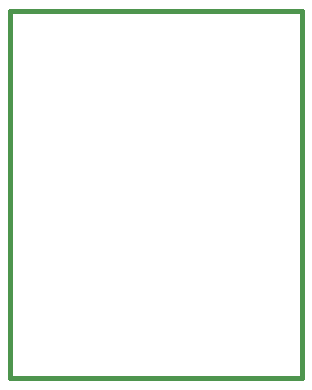
<source format=gko>
G04 #@! TF.GenerationSoftware,KiCad,Pcbnew,(5.1.10)-1*
G04 #@! TF.CreationDate,2021-09-19T13:10:19-04:00*
G04 #@! TF.ProjectId,CP-OSC,43502d4f-5343-42e6-9b69-6361645f7063,1*
G04 #@! TF.SameCoordinates,PX8c7ecc0PY46649b0*
G04 #@! TF.FileFunction,Profile,NP*
%FSLAX46Y46*%
G04 Gerber Fmt 4.6, Leading zero omitted, Abs format (unit mm)*
G04 Created by KiCad (PCBNEW (5.1.10)-1) date 2021-09-19 13:10:19*
%MOMM*%
%LPD*%
G01*
G04 APERTURE LIST*
G04 #@! TA.AperFunction,Profile*
%ADD10C,0.381000*%
G04 #@! TD*
G04 APERTURE END LIST*
D10*
X-59670000Y-13830000D02*
X-59670000Y17285000D01*
X-34905000Y-13830000D02*
X-59670000Y-13830000D01*
X-34905000Y17285000D02*
X-34905000Y-13830000D01*
X-59670000Y17285000D02*
X-34905000Y17285000D01*
M02*

</source>
